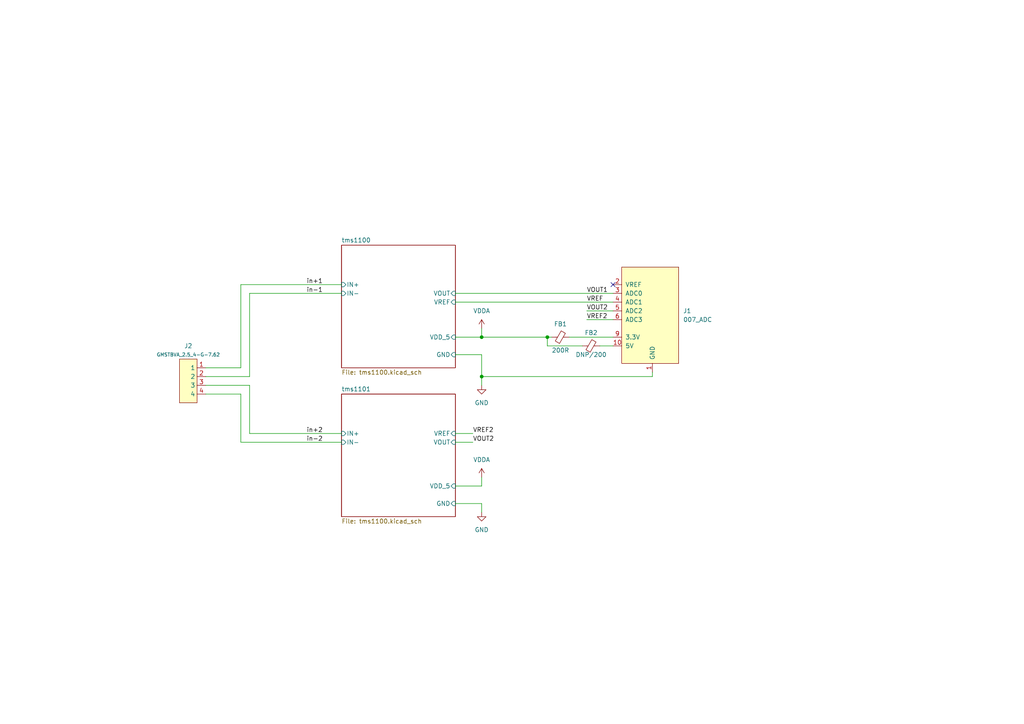
<source format=kicad_sch>
(kicad_sch (version 20211123) (generator eeschema)
  (paper "A4")
  (lib_symbols
    (symbol "Auto-Intern:GMSTBVA_2.5_4-G-7.62"
      (property "Reference" "J?" (at -3.81 6.35 0))
      (property "Value" "GMSTBVA_2.5_4-G-7.62" (at -7.62 -2.54 90))
      (symbol "GMSTBVA_2.5_4-G-7.62_0_1"
        (rectangle (start -5.08 5.08) (end 0 -7.62) (fill (type background)))
      )
      (symbol "GMSTBVA_2.5_4-G-7.62_1_1"
        (pin passive line (at 2.54 2.54 180) (length 2.54) (name "1") (number "1"))
        (pin passive line (at 2.54 0 180) (length 2.54) (name "2") (number "2"))
        (pin passive line (at 2.54 -2.54 180) (length 2.54) (name "3") (number "3"))
        (pin passive line (at 2.54 -5.08 180) (length 2.54) (name "4") (number "4"))
      )
    )
    (symbol "Device:FerriteBead_Small" (pin_numbers hide) (pin_names (offset 0))
      (property "Reference" "FB" (at 1.905 1.27 0))
      (property "Value" "FerriteBead_Small" (at 1.905 -1.27 0))
      (symbol "FerriteBead_Small_0_1"
        (polyline (pts (xy 0 -1.27) (xy 0 -0.7874)))
        (polyline (pts (xy 0 0.889) (xy 0 1.2954)))
        (polyline (pts (xy -1.8288 0.2794) (xy -1.1176 1.4986) (xy 1.8288 -0.2032) (xy 1.1176 -1.4224) (xy -1.8288 0.2794)))
      )
      (symbol "FerriteBead_Small_1_1"
        (pin passive line (at 0 2.54 270) (length 1.27) (name "~") (number "1"))
        (pin passive line (at 0 -2.54 90) (length 1.27) (name "~") (number "2"))
      )
    )
    (symbol "power:GND" (power) (pin_names (offset 0))
      (property "Value" "GND" (at 0 -3.81 0))
      (symbol "GND_0_1"
        (polyline (pts (xy 0 0) (xy 0 -1.27) (xy 1.27 -1.27) (xy 0 -2.54) (xy -1.27 -1.27) (xy 0 -1.27)))
      )
      (symbol "GND_1_1"
        (pin power_in line (at 0 0 270) (length 0) hide (name "GND") (number "1"))
      )
    )
    (symbol "power:VDDA" (power) (pin_names (offset 0))
      (property "Value" "VDDA" (at 0 3.81 0))
      (symbol "VDDA_0_1"
        (polyline (pts (xy -0.762 1.27) (xy 0 2.54)))
        (polyline (pts (xy 0 0) (xy 0 2.54)))
        (polyline (pts (xy 0 2.54) (xy 0.762 1.27)))
      )
      (symbol "VDDA_1_1"
        (pin power_in line (at 0 0 90) (length 0) hide (name "VDDA") (number "1"))
      )
    )
    (symbol "put_on_edge:007_ADC" (pin_names (offset 1.016))
      (property "Reference" "J" (at -2.54 13.97 0))
      (property "Value" "007_ADC" (at 8.89 13.97 0))
      (symbol "007_ADC_0_1"
        (rectangle (start -8.89 12.7) (end 7.62 -15.24) (fill (type background)))
      )
      (symbol "007_ADC_1_1"
        (pin power_in line (at 0 -17.78 90) (length 2.54) (name "GND") (number "1"))
        (pin bidirectional line (at -11.43 -10.16 0) (length 2.54) (name "5V") (number "10"))
        (pin bidirectional line (at -11.43 7.62 0) (length 2.54) (name "VREF") (number "2"))
        (pin power_in line (at -11.43 5.08 0) (length 2.54) (name "ADC0") (number "3"))
        (pin bidirectional line (at -11.43 2.54 0) (length 2.54) (name "ADC1") (number "4"))
        (pin bidirectional line (at -11.43 0 0) (length 2.54) (name "ADC2") (number "5"))
        (pin bidirectional line (at -11.43 -2.54 0) (length 2.54) (name "ADC3") (number "6"))
        (pin bidirectional line (at -11.43 -7.62 0) (length 2.54) (name "3.3V") (number "9"))
      )
    )
  )
  (junction (at 139.7 109.22))
  (junction (at 158.75 97.79))
  (junction (at 139.7 97.79))
  (no_connect (at 177.8 82.55))
  (wire (pts (xy 72.39 111.76) (xy 59.69 111.76)))
  (wire (pts (xy 69.85 82.55) (xy 69.85 106.68)))
  (wire (pts (xy 158.75 100.33) (xy 158.75 97.79)))
  (wire (pts (xy 132.08 128.27) (xy 137.16 128.27)))
  (wire (pts (xy 139.7 138.43) (xy 139.7 140.97)))
  (wire (pts (xy 59.69 109.22) (xy 72.39 109.22)))
  (wire (pts (xy 139.7 148.59) (xy 139.7 146.05)))
  (wire (pts (xy 132.08 85.09) (xy 177.8 85.09)))
  (wire (pts (xy 165.1 97.79) (xy 177.8 97.79)))
  (wire (pts (xy 170.18 90.17) (xy 177.8 90.17)))
  (wire (pts (xy 139.7 146.05) (xy 132.08 146.05)))
  (wire (pts (xy 189.23 109.22) (xy 189.23 107.95)))
  (wire (pts (xy 59.69 114.3) (xy 69.85 114.3)))
  (wire (pts (xy 69.85 106.68) (xy 59.69 106.68)))
  (wire (pts (xy 72.39 85.09) (xy 99.06 85.09)))
  (wire (pts (xy 69.85 128.27) (xy 99.06 128.27)))
  (wire (pts (xy 132.08 102.87) (xy 139.7 102.87)))
  (wire (pts (xy 139.7 109.22) (xy 139.7 111.76)))
  (wire (pts (xy 72.39 109.22) (xy 72.39 85.09)))
  (wire (pts (xy 168.91 100.33) (xy 158.75 100.33)))
  (wire (pts (xy 99.06 125.73) (xy 72.39 125.73)))
  (wire (pts (xy 99.06 82.55) (xy 69.85 82.55)))
  (wire (pts (xy 69.85 114.3) (xy 69.85 128.27)))
  (wire (pts (xy 173.99 100.33) (xy 177.8 100.33)))
  (wire (pts (xy 139.7 95.25) (xy 139.7 97.79)))
  (wire (pts (xy 132.08 125.73) (xy 137.16 125.73)))
  (wire (pts (xy 158.75 97.79) (xy 160.02 97.79)))
  (wire (pts (xy 170.18 92.71) (xy 177.8 92.71)))
  (wire (pts (xy 72.39 125.73) (xy 72.39 111.76)))
  (wire (pts (xy 139.7 97.79) (xy 132.08 97.79)))
  (wire (pts (xy 139.7 140.97) (xy 132.08 140.97)))
  (wire (pts (xy 139.7 97.79) (xy 158.75 97.79)))
  (wire (pts (xy 139.7 109.22) (xy 189.23 109.22)))
  (wire (pts (xy 139.7 102.87) (xy 139.7 109.22)))
  (wire (pts (xy 132.08 87.63) (xy 177.8 87.63)))
  (label "in+1" (at 88.9 82.55 0))
  (label "VREF2" (at 170.18 92.71 0))
  (label "in+2" (at 88.9 125.73 0))
  (label "VOUT2" (at 137.16 128.27 0))
  (label "in-2" (at 88.9 128.27 0))
  (label "VOUT2" (at 170.18 90.17 0))
  (label "in-1" (at 88.9 85.09 0))
  (label "VOUT1" (at 170.18 85.09 0))
  (label "VREF2" (at 137.16 125.73 0))
  (label "VREF" (at 170.18 87.63 0))
  (symbol (lib_id "Device:FerriteBead_Small") (at 162.56 97.79 90) (unit 1)
    (property "Reference" "FB1" (at 162.56 93.98 90))
    (property "Value" "200R" (at 162.56 101.6 90))
    (property "Footprint" "Inductor_SMD:L_0603_1608Metric" (effects hide))
  )
  (symbol (lib_id "power:VDDA") (at 139.7 95.25 0) (unit 1)
    (property "Reference" "#PWR0101" (effects hide))
    (property "Value" "VDDA" (at 139.7 90.17 0))
  )
  (symbol (lib_id "power:GND") (at 139.7 148.59 0) (unit 1)
    (property "Reference" "#PWR0102" (effects hide))
    (property "Value" "GND" (at 139.7 153.67 0))
  )
  (symbol (lib_id "put_on_edge:007_ADC") (at 189.23 90.17 0) (unit 1)
    (property "Reference" "J1" (at 198.12 90.1699 0) (effects (justify left)))
    (property "Value" "007_ADC" (at 198.12 92.7099 0) (effects (justify left)))
    (property "Footprint" "on_edge:on_edge_2x05_device" (effects hide))
  )
  (symbol (lib_id "power:VDDA") (at 139.7 138.43 0) (unit 1)
    (property "Reference" "#PWR0103" (effects hide))
    (property "Value" "VDDA" (at 139.7 133.35 0))
  )
  (symbol (lib_id "power:GND") (at 139.7 111.76 0) (unit 1)
    (property "Reference" "#PWR0106" (effects hide))
    (property "Value" "GND" (at 139.7 116.84 0))
  )
  (symbol (lib_id "Device:FerriteBead_Small") (at 171.45 100.33 90) (unit 1)
    (property "Reference" "FB2" (at 171.45 96.52 90))
    (property "Value" "DNP/200" (at 171.45 102.87 90))
    (property "Footprint" "Inductor_SMD:L_0603_1608Metric" (effects hide))
  )
  (symbol (lib_id "Auto-Intern:GMSTBVA_2.5_4-G-7.62") (at 57.15 109.22 0) (unit 1)
    (property "Reference" "J2" (at 54.61 100.33 0))
    (property "Value" "GMSTBVA_2.5_4-G-7.62" (at 54.61 102.87 0) (effects (font (size 1 1))))
    (property "Footprint" "jabtech_footprints:GMSTBVA_2.5_4-G-7.62" (effects hide))
    (property "Datasheet" "file:///home/manjho4x/Downloads/pxc_1766796_05_GMSTBVA-2-5-4-G-7-62_FAM.pdf" (effects hide))
  )
  (sheet (at 99.06 71.12) (size 33.02 35.56) (stroke (width 0.1524))
    (property "Sheet name" "tms1100" (at 99.06 70.4084 0) (effects (justify left bottom)))
    (property "Sheet file" "tms1100.kicad_sch" (at 99.06 107.2646 0) (effects (justify left top)))
    (pin "VOUT" input (at 132.08 85.09 0))
    (pin "VDD_5" input (at 132.08 97.79 0))
    (pin "GND" input (at 132.08 102.87 0))
    (pin "IN+" input (at 99.06 82.55 180))
    (pin "IN-" input (at 99.06 85.09 180))
    (pin "VREF" input (at 132.08 87.63 0))
  )
  (sheet (at 99.06 114.3) (size 33.02 35.56) (stroke (width 0.1524))
    (property "Sheet name" "tms1101" (at 99.06 113.5884 0) (effects (justify left bottom)))
    (property "Sheet file" "tms1100.kicad_sch" (at 99.06 150.4446 0) (effects (justify left top)))
    (pin "VOUT" input (at 132.08 128.27 0))
    (pin "VDD_5" input (at 132.08 140.97 0))
    (pin "GND" input (at 132.08 146.05 0))
    (pin "IN+" input (at 99.06 125.73 180))
    (pin "IN-" input (at 99.06 128.27 180))
    (pin "VREF" input (at 132.08 125.73 0))
  )
)
</source>
